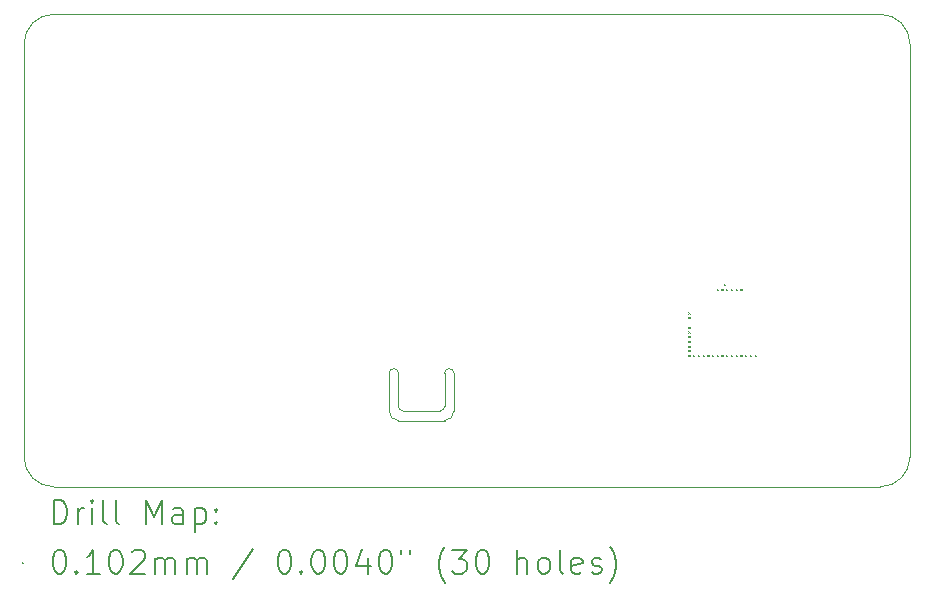
<source format=gbr>
%FSLAX45Y45*%
G04 Gerber Fmt 4.5, Leading zero omitted, Abs format (unit mm)*
G04 Created by KiCad (PCBNEW (6.0.0)) date 2022-01-14 16:12:00*
%MOMM*%
%LPD*%
G01*
G04 APERTURE LIST*
%TA.AperFunction,Profile*%
%ADD10C,0.100000*%
%TD*%
%ADD11C,0.200000*%
%ADD12C,0.010160*%
G04 APERTURE END LIST*
D10*
X7170000Y-8070000D02*
G75*
G03*
X7210000Y-8110000I40000J0D01*
G01*
X4250000Y-4750000D02*
G75*
G03*
X4000000Y-5000000I0J-250000D01*
G01*
X7560000Y-7790000D02*
X7560000Y-8070000D01*
X11500000Y-5000000D02*
X11500000Y-8500000D01*
X7170000Y-8070000D02*
X7170000Y-7790000D01*
X7090000Y-7790000D02*
X7090000Y-8110000D01*
X7560000Y-8190000D02*
G75*
G03*
X7640000Y-8110000I0J80000D01*
G01*
X7520000Y-8110000D02*
X7210000Y-8110000D01*
X7090000Y-8110000D02*
G75*
G03*
X7170000Y-8190000I80000J0D01*
G01*
X4000000Y-8500000D02*
X4000000Y-5000000D01*
X4250000Y-4750000D02*
X11250000Y-4750000D01*
X11250000Y-8750000D02*
G75*
G03*
X11500000Y-8500000I0J250000D01*
G01*
X11500000Y-5000000D02*
G75*
G03*
X11250000Y-4750000I-250000J0D01*
G01*
X7520000Y-8110000D02*
G75*
G03*
X7560000Y-8070000I0J40000D01*
G01*
X11250000Y-8750000D02*
X4250000Y-8750000D01*
X4000000Y-8500000D02*
G75*
G03*
X4250000Y-8750000I250000J0D01*
G01*
X7640000Y-8110000D02*
X7640000Y-7790000D01*
X7170000Y-7790000D02*
G75*
G03*
X7090000Y-7790000I-40000J0D01*
G01*
X7640000Y-7790000D02*
G75*
G03*
X7560000Y-7790000I-40000J0D01*
G01*
X7170000Y-8190000D02*
X7560000Y-8190000D01*
D11*
D12*
X9624920Y-7274920D02*
X9635080Y-7285080D01*
X9635080Y-7274920D02*
X9624920Y-7285080D01*
X9624920Y-7314920D02*
X9635080Y-7325080D01*
X9635080Y-7314920D02*
X9624920Y-7325080D01*
X9624920Y-7394920D02*
X9635080Y-7405080D01*
X9635080Y-7394920D02*
X9624920Y-7405080D01*
X9624920Y-7473920D02*
X9635080Y-7484080D01*
X9635080Y-7473920D02*
X9624920Y-7484080D01*
X9624920Y-7514920D02*
X9635080Y-7525080D01*
X9635080Y-7514920D02*
X9624920Y-7525080D01*
X9624920Y-7555920D02*
X9635080Y-7566080D01*
X9635080Y-7555920D02*
X9624920Y-7566080D01*
X9624921Y-7434920D02*
X9635081Y-7445080D01*
X9635081Y-7434920D02*
X9624921Y-7445080D01*
X9624921Y-7594920D02*
X9635081Y-7605080D01*
X9635081Y-7594920D02*
X9624921Y-7605080D01*
X9624921Y-7634920D02*
X9635081Y-7645080D01*
X9635081Y-7634920D02*
X9624921Y-7645080D01*
X9664921Y-7634920D02*
X9675081Y-7645080D01*
X9675081Y-7634920D02*
X9664921Y-7645080D01*
X9704921Y-7634920D02*
X9715081Y-7645080D01*
X9715081Y-7634920D02*
X9704921Y-7645080D01*
X9744921Y-7634920D02*
X9755081Y-7645080D01*
X9755081Y-7634920D02*
X9744921Y-7645080D01*
X9784921Y-7634920D02*
X9795081Y-7645080D01*
X9795081Y-7634920D02*
X9784921Y-7645080D01*
X9824920Y-7634920D02*
X9835080Y-7645080D01*
X9835080Y-7634920D02*
X9824920Y-7645080D01*
X9864920Y-7634920D02*
X9875080Y-7645080D01*
X9875080Y-7634920D02*
X9864920Y-7645080D01*
X9864921Y-7074921D02*
X9875081Y-7085081D01*
X9875081Y-7074921D02*
X9864921Y-7085081D01*
X9904920Y-7074920D02*
X9915080Y-7085080D01*
X9915080Y-7074920D02*
X9904920Y-7085080D01*
X9904921Y-7634920D02*
X9915081Y-7645080D01*
X9915081Y-7634920D02*
X9904921Y-7645080D01*
X9924921Y-7034921D02*
X9935081Y-7045081D01*
X9935081Y-7034921D02*
X9924921Y-7045081D01*
X9944920Y-7634920D02*
X9955080Y-7645080D01*
X9955080Y-7634920D02*
X9944920Y-7645080D01*
X9944920Y-7074921D02*
X9955080Y-7085081D01*
X9955080Y-7074921D02*
X9944920Y-7085081D01*
X9984920Y-7074921D02*
X9995080Y-7085081D01*
X9995080Y-7074921D02*
X9984920Y-7085081D01*
X9984920Y-7634920D02*
X9995080Y-7645080D01*
X9995080Y-7634920D02*
X9984920Y-7645080D01*
X10024920Y-7634920D02*
X10035080Y-7645080D01*
X10035080Y-7634920D02*
X10024920Y-7645080D01*
X10024920Y-7074921D02*
X10035080Y-7085081D01*
X10035080Y-7074921D02*
X10024920Y-7085081D01*
X10064920Y-7074921D02*
X10075080Y-7085081D01*
X10075080Y-7074921D02*
X10064920Y-7085081D01*
X10064920Y-7634920D02*
X10075080Y-7645080D01*
X10075080Y-7634920D02*
X10064920Y-7645080D01*
X10104920Y-7634920D02*
X10115080Y-7645080D01*
X10115080Y-7634920D02*
X10104920Y-7645080D01*
X10144920Y-7634920D02*
X10155080Y-7645080D01*
X10155080Y-7634920D02*
X10144920Y-7645080D01*
X10184920Y-7634920D02*
X10195080Y-7645080D01*
X10195080Y-7634920D02*
X10184920Y-7645080D01*
D11*
X4252619Y-9065476D02*
X4252619Y-8865476D01*
X4300238Y-8865476D01*
X4328810Y-8875000D01*
X4347857Y-8894048D01*
X4357381Y-8913095D01*
X4366905Y-8951190D01*
X4366905Y-8979762D01*
X4357381Y-9017857D01*
X4347857Y-9036905D01*
X4328810Y-9055952D01*
X4300238Y-9065476D01*
X4252619Y-9065476D01*
X4452619Y-9065476D02*
X4452619Y-8932143D01*
X4452619Y-8970238D02*
X4462143Y-8951190D01*
X4471667Y-8941667D01*
X4490714Y-8932143D01*
X4509762Y-8932143D01*
X4576429Y-9065476D02*
X4576429Y-8932143D01*
X4576429Y-8865476D02*
X4566905Y-8875000D01*
X4576429Y-8884524D01*
X4585952Y-8875000D01*
X4576429Y-8865476D01*
X4576429Y-8884524D01*
X4700238Y-9065476D02*
X4681190Y-9055952D01*
X4671667Y-9036905D01*
X4671667Y-8865476D01*
X4805000Y-9065476D02*
X4785952Y-9055952D01*
X4776429Y-9036905D01*
X4776429Y-8865476D01*
X5033571Y-9065476D02*
X5033571Y-8865476D01*
X5100238Y-9008333D01*
X5166905Y-8865476D01*
X5166905Y-9065476D01*
X5347857Y-9065476D02*
X5347857Y-8960714D01*
X5338333Y-8941667D01*
X5319286Y-8932143D01*
X5281190Y-8932143D01*
X5262143Y-8941667D01*
X5347857Y-9055952D02*
X5328810Y-9065476D01*
X5281190Y-9065476D01*
X5262143Y-9055952D01*
X5252619Y-9036905D01*
X5252619Y-9017857D01*
X5262143Y-8998810D01*
X5281190Y-8989286D01*
X5328810Y-8989286D01*
X5347857Y-8979762D01*
X5443095Y-8932143D02*
X5443095Y-9132143D01*
X5443095Y-8941667D02*
X5462143Y-8932143D01*
X5500238Y-8932143D01*
X5519286Y-8941667D01*
X5528810Y-8951190D01*
X5538333Y-8970238D01*
X5538333Y-9027381D01*
X5528810Y-9046429D01*
X5519286Y-9055952D01*
X5500238Y-9065476D01*
X5462143Y-9065476D01*
X5443095Y-9055952D01*
X5624048Y-9046429D02*
X5633571Y-9055952D01*
X5624048Y-9065476D01*
X5614524Y-9055952D01*
X5624048Y-9046429D01*
X5624048Y-9065476D01*
X5624048Y-8941667D02*
X5633571Y-8951190D01*
X5624048Y-8960714D01*
X5614524Y-8951190D01*
X5624048Y-8941667D01*
X5624048Y-8960714D01*
D12*
X3984840Y-9389920D02*
X3995000Y-9400080D01*
X3995000Y-9389920D02*
X3984840Y-9400080D01*
D11*
X4290714Y-9285476D02*
X4309762Y-9285476D01*
X4328810Y-9295000D01*
X4338333Y-9304524D01*
X4347857Y-9323571D01*
X4357381Y-9361667D01*
X4357381Y-9409286D01*
X4347857Y-9447381D01*
X4338333Y-9466429D01*
X4328810Y-9475952D01*
X4309762Y-9485476D01*
X4290714Y-9485476D01*
X4271667Y-9475952D01*
X4262143Y-9466429D01*
X4252619Y-9447381D01*
X4243095Y-9409286D01*
X4243095Y-9361667D01*
X4252619Y-9323571D01*
X4262143Y-9304524D01*
X4271667Y-9295000D01*
X4290714Y-9285476D01*
X4443095Y-9466429D02*
X4452619Y-9475952D01*
X4443095Y-9485476D01*
X4433571Y-9475952D01*
X4443095Y-9466429D01*
X4443095Y-9485476D01*
X4643095Y-9485476D02*
X4528810Y-9485476D01*
X4585952Y-9485476D02*
X4585952Y-9285476D01*
X4566905Y-9314048D01*
X4547857Y-9333095D01*
X4528810Y-9342619D01*
X4766905Y-9285476D02*
X4785952Y-9285476D01*
X4805000Y-9295000D01*
X4814524Y-9304524D01*
X4824048Y-9323571D01*
X4833571Y-9361667D01*
X4833571Y-9409286D01*
X4824048Y-9447381D01*
X4814524Y-9466429D01*
X4805000Y-9475952D01*
X4785952Y-9485476D01*
X4766905Y-9485476D01*
X4747857Y-9475952D01*
X4738333Y-9466429D01*
X4728810Y-9447381D01*
X4719286Y-9409286D01*
X4719286Y-9361667D01*
X4728810Y-9323571D01*
X4738333Y-9304524D01*
X4747857Y-9295000D01*
X4766905Y-9285476D01*
X4909762Y-9304524D02*
X4919286Y-9295000D01*
X4938333Y-9285476D01*
X4985952Y-9285476D01*
X5005000Y-9295000D01*
X5014524Y-9304524D01*
X5024048Y-9323571D01*
X5024048Y-9342619D01*
X5014524Y-9371190D01*
X4900238Y-9485476D01*
X5024048Y-9485476D01*
X5109762Y-9485476D02*
X5109762Y-9352143D01*
X5109762Y-9371190D02*
X5119286Y-9361667D01*
X5138333Y-9352143D01*
X5166905Y-9352143D01*
X5185952Y-9361667D01*
X5195476Y-9380714D01*
X5195476Y-9485476D01*
X5195476Y-9380714D02*
X5205000Y-9361667D01*
X5224048Y-9352143D01*
X5252619Y-9352143D01*
X5271667Y-9361667D01*
X5281190Y-9380714D01*
X5281190Y-9485476D01*
X5376429Y-9485476D02*
X5376429Y-9352143D01*
X5376429Y-9371190D02*
X5385952Y-9361667D01*
X5405000Y-9352143D01*
X5433571Y-9352143D01*
X5452619Y-9361667D01*
X5462143Y-9380714D01*
X5462143Y-9485476D01*
X5462143Y-9380714D02*
X5471667Y-9361667D01*
X5490714Y-9352143D01*
X5519286Y-9352143D01*
X5538333Y-9361667D01*
X5547857Y-9380714D01*
X5547857Y-9485476D01*
X5938333Y-9275952D02*
X5766905Y-9533095D01*
X6195476Y-9285476D02*
X6214524Y-9285476D01*
X6233571Y-9295000D01*
X6243095Y-9304524D01*
X6252619Y-9323571D01*
X6262143Y-9361667D01*
X6262143Y-9409286D01*
X6252619Y-9447381D01*
X6243095Y-9466429D01*
X6233571Y-9475952D01*
X6214524Y-9485476D01*
X6195476Y-9485476D01*
X6176428Y-9475952D01*
X6166905Y-9466429D01*
X6157381Y-9447381D01*
X6147857Y-9409286D01*
X6147857Y-9361667D01*
X6157381Y-9323571D01*
X6166905Y-9304524D01*
X6176428Y-9295000D01*
X6195476Y-9285476D01*
X6347857Y-9466429D02*
X6357381Y-9475952D01*
X6347857Y-9485476D01*
X6338333Y-9475952D01*
X6347857Y-9466429D01*
X6347857Y-9485476D01*
X6481190Y-9285476D02*
X6500238Y-9285476D01*
X6519286Y-9295000D01*
X6528809Y-9304524D01*
X6538333Y-9323571D01*
X6547857Y-9361667D01*
X6547857Y-9409286D01*
X6538333Y-9447381D01*
X6528809Y-9466429D01*
X6519286Y-9475952D01*
X6500238Y-9485476D01*
X6481190Y-9485476D01*
X6462143Y-9475952D01*
X6452619Y-9466429D01*
X6443095Y-9447381D01*
X6433571Y-9409286D01*
X6433571Y-9361667D01*
X6443095Y-9323571D01*
X6452619Y-9304524D01*
X6462143Y-9295000D01*
X6481190Y-9285476D01*
X6671667Y-9285476D02*
X6690714Y-9285476D01*
X6709762Y-9295000D01*
X6719286Y-9304524D01*
X6728809Y-9323571D01*
X6738333Y-9361667D01*
X6738333Y-9409286D01*
X6728809Y-9447381D01*
X6719286Y-9466429D01*
X6709762Y-9475952D01*
X6690714Y-9485476D01*
X6671667Y-9485476D01*
X6652619Y-9475952D01*
X6643095Y-9466429D01*
X6633571Y-9447381D01*
X6624048Y-9409286D01*
X6624048Y-9361667D01*
X6633571Y-9323571D01*
X6643095Y-9304524D01*
X6652619Y-9295000D01*
X6671667Y-9285476D01*
X6909762Y-9352143D02*
X6909762Y-9485476D01*
X6862143Y-9275952D02*
X6814524Y-9418810D01*
X6938333Y-9418810D01*
X7052619Y-9285476D02*
X7071667Y-9285476D01*
X7090714Y-9295000D01*
X7100238Y-9304524D01*
X7109762Y-9323571D01*
X7119286Y-9361667D01*
X7119286Y-9409286D01*
X7109762Y-9447381D01*
X7100238Y-9466429D01*
X7090714Y-9475952D01*
X7071667Y-9485476D01*
X7052619Y-9485476D01*
X7033571Y-9475952D01*
X7024048Y-9466429D01*
X7014524Y-9447381D01*
X7005000Y-9409286D01*
X7005000Y-9361667D01*
X7014524Y-9323571D01*
X7024048Y-9304524D01*
X7033571Y-9295000D01*
X7052619Y-9285476D01*
X7195476Y-9285476D02*
X7195476Y-9323571D01*
X7271667Y-9285476D02*
X7271667Y-9323571D01*
X7566905Y-9561667D02*
X7557381Y-9552143D01*
X7538333Y-9523571D01*
X7528809Y-9504524D01*
X7519286Y-9475952D01*
X7509762Y-9428333D01*
X7509762Y-9390238D01*
X7519286Y-9342619D01*
X7528809Y-9314048D01*
X7538333Y-9295000D01*
X7557381Y-9266429D01*
X7566905Y-9256905D01*
X7624048Y-9285476D02*
X7747857Y-9285476D01*
X7681190Y-9361667D01*
X7709762Y-9361667D01*
X7728809Y-9371190D01*
X7738333Y-9380714D01*
X7747857Y-9399762D01*
X7747857Y-9447381D01*
X7738333Y-9466429D01*
X7728809Y-9475952D01*
X7709762Y-9485476D01*
X7652619Y-9485476D01*
X7633571Y-9475952D01*
X7624048Y-9466429D01*
X7871667Y-9285476D02*
X7890714Y-9285476D01*
X7909762Y-9295000D01*
X7919286Y-9304524D01*
X7928809Y-9323571D01*
X7938333Y-9361667D01*
X7938333Y-9409286D01*
X7928809Y-9447381D01*
X7919286Y-9466429D01*
X7909762Y-9475952D01*
X7890714Y-9485476D01*
X7871667Y-9485476D01*
X7852619Y-9475952D01*
X7843095Y-9466429D01*
X7833571Y-9447381D01*
X7824048Y-9409286D01*
X7824048Y-9361667D01*
X7833571Y-9323571D01*
X7843095Y-9304524D01*
X7852619Y-9295000D01*
X7871667Y-9285476D01*
X8176428Y-9485476D02*
X8176428Y-9285476D01*
X8262143Y-9485476D02*
X8262143Y-9380714D01*
X8252619Y-9361667D01*
X8233571Y-9352143D01*
X8205000Y-9352143D01*
X8185952Y-9361667D01*
X8176428Y-9371190D01*
X8385952Y-9485476D02*
X8366905Y-9475952D01*
X8357381Y-9466429D01*
X8347857Y-9447381D01*
X8347857Y-9390238D01*
X8357381Y-9371190D01*
X8366905Y-9361667D01*
X8385952Y-9352143D01*
X8414524Y-9352143D01*
X8433571Y-9361667D01*
X8443095Y-9371190D01*
X8452619Y-9390238D01*
X8452619Y-9447381D01*
X8443095Y-9466429D01*
X8433571Y-9475952D01*
X8414524Y-9485476D01*
X8385952Y-9485476D01*
X8566905Y-9485476D02*
X8547857Y-9475952D01*
X8538333Y-9456905D01*
X8538333Y-9285476D01*
X8719286Y-9475952D02*
X8700238Y-9485476D01*
X8662143Y-9485476D01*
X8643095Y-9475952D01*
X8633571Y-9456905D01*
X8633571Y-9380714D01*
X8643095Y-9361667D01*
X8662143Y-9352143D01*
X8700238Y-9352143D01*
X8719286Y-9361667D01*
X8728810Y-9380714D01*
X8728810Y-9399762D01*
X8633571Y-9418810D01*
X8805000Y-9475952D02*
X8824048Y-9485476D01*
X8862143Y-9485476D01*
X8881190Y-9475952D01*
X8890714Y-9456905D01*
X8890714Y-9447381D01*
X8881190Y-9428333D01*
X8862143Y-9418810D01*
X8833571Y-9418810D01*
X8814524Y-9409286D01*
X8805000Y-9390238D01*
X8805000Y-9380714D01*
X8814524Y-9361667D01*
X8833571Y-9352143D01*
X8862143Y-9352143D01*
X8881190Y-9361667D01*
X8957381Y-9561667D02*
X8966905Y-9552143D01*
X8985952Y-9523571D01*
X8995476Y-9504524D01*
X9005000Y-9475952D01*
X9014524Y-9428333D01*
X9014524Y-9390238D01*
X9005000Y-9342619D01*
X8995476Y-9314048D01*
X8985952Y-9295000D01*
X8966905Y-9266429D01*
X8957381Y-9256905D01*
M02*

</source>
